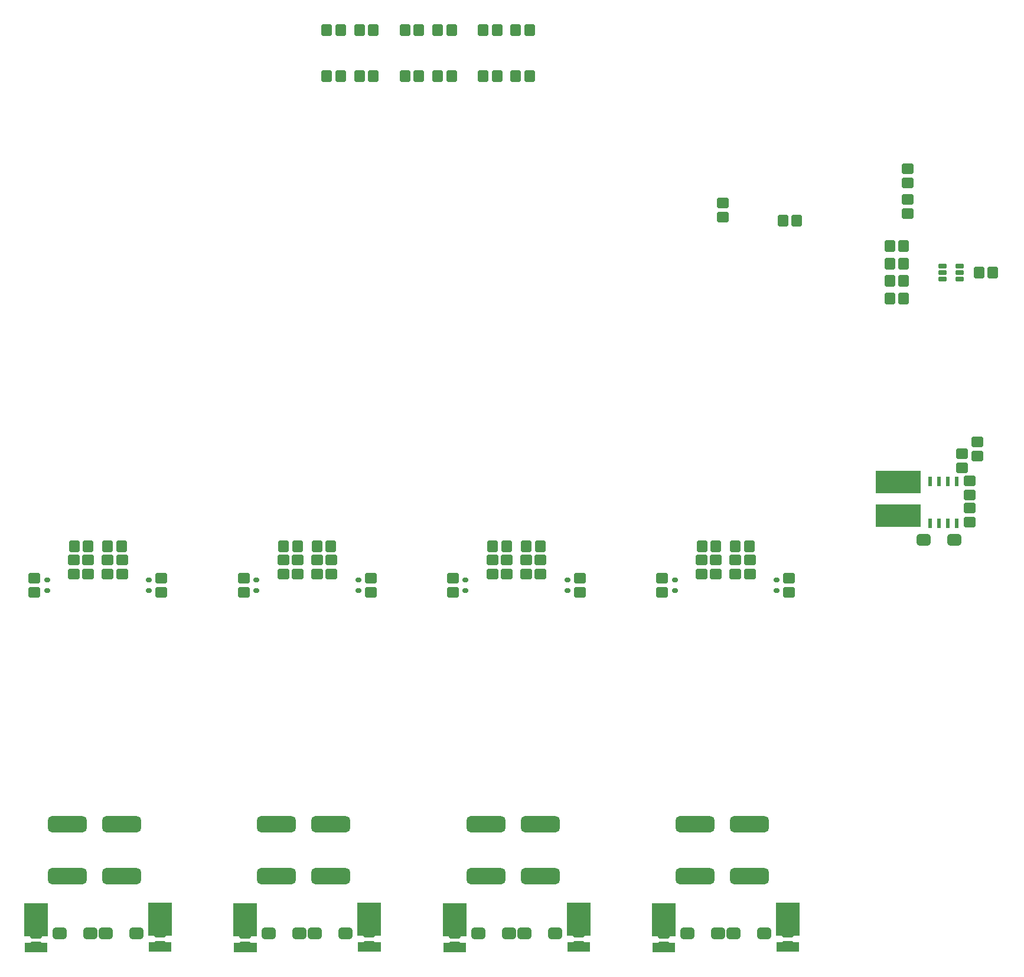
<source format=gbp>
G04*
G04 #@! TF.GenerationSoftware,Altium Limited,Altium Designer,20.1.14 (287)*
G04*
G04 Layer_Color=128*
%FSLAX44Y44*%
%MOMM*%
G71*
G04*
G04 #@! TF.SameCoordinates,3D168701-3FA7-4EF5-9C64-F6DF4846A73D*
G04*
G04*
G04 #@! TF.FilePolarity,Positive*
G04*
G01*
G75*
G04:AMPARAMS|DCode=25|XSize=2.02mm|YSize=1.68mm|CornerRadius=0.42mm|HoleSize=0mm|Usage=FLASHONLY|Rotation=180.000|XOffset=0mm|YOffset=0mm|HoleType=Round|Shape=RoundedRectangle|*
%AMROUNDEDRECTD25*
21,1,2.0200,0.8400,0,0,180.0*
21,1,1.1800,1.6800,0,0,180.0*
1,1,0.8400,-0.5900,0.4200*
1,1,0.8400,0.5900,0.4200*
1,1,0.8400,0.5900,-0.4200*
1,1,0.8400,-0.5900,-0.4200*
%
%ADD25ROUNDEDRECTD25*%
G04:AMPARAMS|DCode=29|XSize=1.6mm|YSize=1.75mm|CornerRadius=0.4mm|HoleSize=0mm|Usage=FLASHONLY|Rotation=270.000|XOffset=0mm|YOffset=0mm|HoleType=Round|Shape=RoundedRectangle|*
%AMROUNDEDRECTD29*
21,1,1.6000,0.9500,0,0,270.0*
21,1,0.8000,1.7500,0,0,270.0*
1,1,0.8000,-0.4750,-0.4000*
1,1,0.8000,-0.4750,0.4000*
1,1,0.8000,0.4750,0.4000*
1,1,0.8000,0.4750,-0.4000*
%
%ADD29ROUNDEDRECTD29*%
G04:AMPARAMS|DCode=32|XSize=1.6mm|YSize=1.75mm|CornerRadius=0.4mm|HoleSize=0mm|Usage=FLASHONLY|Rotation=0.000|XOffset=0mm|YOffset=0mm|HoleType=Round|Shape=RoundedRectangle|*
%AMROUNDEDRECTD32*
21,1,1.6000,0.9500,0,0,0.0*
21,1,0.8000,1.7500,0,0,0.0*
1,1,0.8000,0.4000,-0.4750*
1,1,0.8000,-0.4000,-0.4750*
1,1,0.8000,-0.4000,0.4750*
1,1,0.8000,0.4000,0.4750*
%
%ADD32ROUNDEDRECTD32*%
G04:AMPARAMS|DCode=106|XSize=1.25mm|YSize=0.6mm|CornerRadius=0.15mm|HoleSize=0mm|Usage=FLASHONLY|Rotation=0.000|XOffset=0mm|YOffset=0mm|HoleType=Round|Shape=RoundedRectangle|*
%AMROUNDEDRECTD106*
21,1,1.2500,0.3000,0,0,0.0*
21,1,0.9500,0.6000,0,0,0.0*
1,1,0.3000,0.4750,-0.1500*
1,1,0.3000,-0.4750,-0.1500*
1,1,0.3000,-0.4750,0.1500*
1,1,0.3000,0.4750,0.1500*
%
%ADD106ROUNDEDRECTD106*%
%ADD107R,0.6000X1.4000*%
%ADD108R,6.5500X3.2000*%
G04:AMPARAMS|DCode=109|XSize=0.8mm|YSize=0.6mm|CornerRadius=0.15mm|HoleSize=0mm|Usage=FLASHONLY|Rotation=180.000|XOffset=0mm|YOffset=0mm|HoleType=Round|Shape=RoundedRectangle|*
%AMROUNDEDRECTD109*
21,1,0.8000,0.3000,0,0,180.0*
21,1,0.5000,0.6000,0,0,180.0*
1,1,0.3000,-0.2500,0.1500*
1,1,0.3000,0.2500,0.1500*
1,1,0.3000,0.2500,-0.1500*
1,1,0.3000,-0.2500,-0.1500*
%
%ADD109ROUNDEDRECTD109*%
G04:AMPARAMS|DCode=110|XSize=5.6mm|YSize=2.3mm|CornerRadius=0.575mm|HoleSize=0mm|Usage=FLASHONLY|Rotation=180.000|XOffset=0mm|YOffset=0mm|HoleType=Round|Shape=RoundedRectangle|*
%AMROUNDEDRECTD110*
21,1,5.6000,1.1500,0,0,180.0*
21,1,4.4500,2.3000,0,0,180.0*
1,1,1.1500,-2.2250,0.5750*
1,1,1.1500,2.2250,0.5750*
1,1,1.1500,2.2250,-0.5750*
1,1,1.1500,-2.2250,-0.5750*
%
%ADD110ROUNDEDRECTD110*%
%ADD111R,3.3600X4.8600*%
%ADD112R,1.3900X1.4000*%
D25*
X1574000Y823000D02*
D03*
X1530000D02*
D03*
X335000Y259000D02*
D03*
X291000D02*
D03*
X591000D02*
D03*
X635000D02*
D03*
X891000D02*
D03*
X935000D02*
D03*
X1191000D02*
D03*
X1235000D02*
D03*
X357000D02*
D03*
X401000D02*
D03*
X701000D02*
D03*
X657000D02*
D03*
X1001000D02*
D03*
X957000D02*
D03*
X1301000D02*
D03*
X1257000D02*
D03*
D29*
X1507000Y1336000D02*
D03*
Y1356000D02*
D03*
Y1311500D02*
D03*
Y1291500D02*
D03*
X1607000Y944000D02*
D03*
Y964000D02*
D03*
X1596000Y888000D02*
D03*
Y908000D02*
D03*
X1585000Y927000D02*
D03*
Y947000D02*
D03*
X1596000Y869000D02*
D03*
Y849000D02*
D03*
X1241914Y1286400D02*
D03*
Y1306400D02*
D03*
X257251Y259000D02*
D03*
Y239000D02*
D03*
X557251D02*
D03*
Y259000D02*
D03*
X857251Y239000D02*
D03*
Y259000D02*
D03*
X1157251Y239000D02*
D03*
Y259000D02*
D03*
X435000Y260000D02*
D03*
Y240000D02*
D03*
X735000D02*
D03*
Y260000D02*
D03*
X1035000Y240000D02*
D03*
Y260000D02*
D03*
X1335000Y240000D02*
D03*
Y260000D02*
D03*
X311501Y794401D02*
D03*
Y774401D02*
D03*
X611501D02*
D03*
Y794401D02*
D03*
X911501Y774401D02*
D03*
Y794401D02*
D03*
X1211501Y774401D02*
D03*
Y794401D02*
D03*
X380501Y794401D02*
D03*
Y774401D02*
D03*
X680501D02*
D03*
Y794401D02*
D03*
X980501Y774401D02*
D03*
Y794401D02*
D03*
X1280501Y774401D02*
D03*
Y794401D02*
D03*
X332000Y794401D02*
D03*
Y774401D02*
D03*
X632000D02*
D03*
Y794401D02*
D03*
X932000Y774401D02*
D03*
Y794401D02*
D03*
X1232000Y774401D02*
D03*
Y794401D02*
D03*
X360000Y794401D02*
D03*
Y774401D02*
D03*
X660000D02*
D03*
Y794401D02*
D03*
X960000Y774401D02*
D03*
Y794401D02*
D03*
X1260000Y774401D02*
D03*
Y794401D02*
D03*
X437000Y768000D02*
D03*
Y748000D02*
D03*
X737000Y768000D02*
D03*
Y748000D02*
D03*
X1037000Y768000D02*
D03*
Y748000D02*
D03*
X1337000Y768000D02*
D03*
Y748000D02*
D03*
X255000Y768000D02*
D03*
Y748000D02*
D03*
X555000Y768000D02*
D03*
Y748000D02*
D03*
X855000Y768000D02*
D03*
Y748000D02*
D03*
X1155000Y768000D02*
D03*
Y748000D02*
D03*
D32*
X1501000Y1220000D02*
D03*
X1481000D02*
D03*
X1501000Y1170000D02*
D03*
X1481000D02*
D03*
X1501000Y1195000D02*
D03*
X1481000D02*
D03*
X1348000Y1281000D02*
D03*
X1328000Y1281000D02*
D03*
X1501000Y1245000D02*
D03*
X1481000D02*
D03*
X1629000Y1207000D02*
D03*
X1609000D02*
D03*
X721000Y1555000D02*
D03*
X741000D02*
D03*
X721000Y1489000D02*
D03*
X741000D02*
D03*
X694000Y1555000D02*
D03*
X674000D02*
D03*
X694000Y1489000D02*
D03*
X674000D02*
D03*
X833000Y1555000D02*
D03*
X853000D02*
D03*
X833000Y1489000D02*
D03*
X853000D02*
D03*
X806000Y1555000D02*
D03*
X786000D02*
D03*
X806000Y1489000D02*
D03*
X786000D02*
D03*
X944800Y1555000D02*
D03*
X964800D02*
D03*
X944800Y1489000D02*
D03*
X964800D02*
D03*
X918000Y1555000D02*
D03*
X898000D02*
D03*
X918000Y1489000D02*
D03*
X898000D02*
D03*
X332000Y814401D02*
D03*
X312000D02*
D03*
X612000D02*
D03*
X632000D02*
D03*
X912000D02*
D03*
X932000D02*
D03*
X1212000D02*
D03*
X1232000D02*
D03*
X360000Y814401D02*
D03*
X380000D02*
D03*
X680000D02*
D03*
X660000D02*
D03*
X980000D02*
D03*
X960000D02*
D03*
X1280000D02*
D03*
X1260000D02*
D03*
D106*
X1556500Y1197500D02*
D03*
Y1207000D02*
D03*
Y1216500D02*
D03*
X1581500D02*
D03*
Y1207000D02*
D03*
Y1197500D02*
D03*
D107*
X1577400Y907000D02*
D03*
X1564700D02*
D03*
X1552000D02*
D03*
X1577400Y847000D02*
D03*
X1564700D02*
D03*
X1552000D02*
D03*
X1539300Y907000D02*
D03*
Y847000D02*
D03*
D108*
X1493000Y858000D02*
D03*
Y906000D02*
D03*
D109*
X419000Y750500D02*
D03*
Y765500D02*
D03*
X719000Y750500D02*
D03*
Y765500D02*
D03*
X1019000Y750500D02*
D03*
Y765500D02*
D03*
X1319000Y750500D02*
D03*
Y765500D02*
D03*
X273000Y750500D02*
D03*
Y765500D02*
D03*
X573000Y750500D02*
D03*
Y765500D02*
D03*
X873000Y750500D02*
D03*
Y765500D02*
D03*
X1173000Y750500D02*
D03*
Y765500D02*
D03*
D110*
X302000Y341000D02*
D03*
Y415000D02*
D03*
X602000Y341000D02*
D03*
Y415000D02*
D03*
X902000D02*
D03*
Y341000D02*
D03*
X1202000D02*
D03*
Y415000D02*
D03*
X380000Y341000D02*
D03*
Y415000D02*
D03*
X680000Y341000D02*
D03*
Y415000D02*
D03*
X980000D02*
D03*
Y341000D02*
D03*
X1280000D02*
D03*
Y415000D02*
D03*
D111*
X257251Y277812D02*
D03*
X557251D02*
D03*
X857251D02*
D03*
X1157251D02*
D03*
X435000Y278812D02*
D03*
X735000D02*
D03*
X1035000D02*
D03*
X1335000D02*
D03*
D112*
X247853Y238188D02*
D03*
X266649Y238188D02*
D03*
X566649D02*
D03*
X547853Y238188D02*
D03*
X866649Y238188D02*
D03*
X847853Y238188D02*
D03*
X1166649Y238188D02*
D03*
X1147853Y238188D02*
D03*
X425602Y239188D02*
D03*
X444398Y239188D02*
D03*
X744398D02*
D03*
X725602Y239188D02*
D03*
X1044398Y239188D02*
D03*
X1025602Y239188D02*
D03*
X1344398Y239188D02*
D03*
X1325602Y239188D02*
D03*
M02*

</source>
